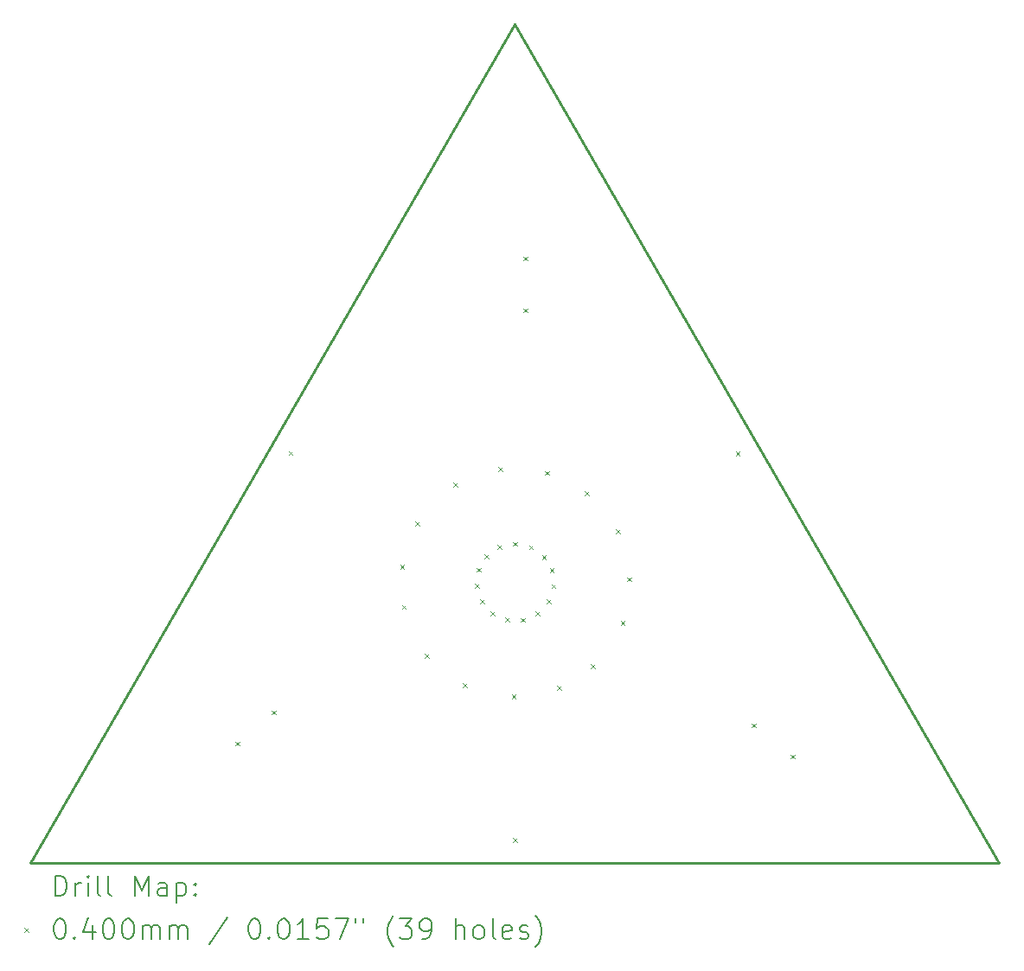
<source format=gbr>
%FSLAX45Y45*%
G04 Gerber Fmt 4.5, Leading zero omitted, Abs format (unit mm)*
G04 Created by KiCad (PCBNEW (6.0.5)) date 2022-11-29 16:27:28*
%MOMM*%
%LPD*%
G01*
G04 APERTURE LIST*
%TA.AperFunction,Profile*%
%ADD10C,0.246758*%
%TD*%
%ADD11C,0.200000*%
%ADD12C,0.040000*%
G04 APERTURE END LIST*
D10*
X12572000Y-12702252D02*
X17313130Y-4490373D01*
X12572000Y-12702252D02*
X12572000Y-12702252D01*
X22054260Y-12702252D02*
X12572000Y-12702252D01*
X17313130Y-4490373D02*
X22054260Y-12702252D01*
X17313130Y-4490373D02*
X17313130Y-4490373D01*
D11*
D12*
X14585000Y-11511600D02*
X14625000Y-11551600D01*
X14625000Y-11511600D02*
X14585000Y-11551600D01*
X14940600Y-11206800D02*
X14980600Y-11246800D01*
X14980600Y-11206800D02*
X14940600Y-11246800D01*
X15104000Y-8667200D02*
X15144000Y-8707200D01*
X15144000Y-8667200D02*
X15104000Y-8707200D01*
X16196000Y-9782200D02*
X16236000Y-9822200D01*
X16236000Y-9782200D02*
X16196000Y-9822200D01*
X16212000Y-10172200D02*
X16252000Y-10212200D01*
X16252000Y-10172200D02*
X16212000Y-10212200D01*
X16341000Y-9354200D02*
X16381000Y-9394200D01*
X16381000Y-9354200D02*
X16341000Y-9394200D01*
X16439000Y-10654200D02*
X16479000Y-10694200D01*
X16479000Y-10654200D02*
X16439000Y-10694200D01*
X16716000Y-8977200D02*
X16756000Y-9017200D01*
X16756000Y-8977200D02*
X16716000Y-9017200D01*
X16807000Y-10940200D02*
X16847000Y-10980200D01*
X16847000Y-10940200D02*
X16807000Y-10980200D01*
X16928843Y-9967803D02*
X16968843Y-10007803D01*
X16968843Y-9967803D02*
X16928843Y-10007803D01*
X16947534Y-9809994D02*
X16987534Y-9849994D01*
X16987534Y-9809994D02*
X16947534Y-9849994D01*
X16977334Y-10118888D02*
X17017334Y-10158888D01*
X17017334Y-10118888D02*
X16977334Y-10158888D01*
X17023629Y-9680329D02*
X17063629Y-9720329D01*
X17063629Y-9680329D02*
X17023629Y-9720329D01*
X17081566Y-10235288D02*
X17121566Y-10275288D01*
X17121566Y-10235288D02*
X17081566Y-10275288D01*
X17149958Y-9587689D02*
X17189958Y-9627689D01*
X17189958Y-9587689D02*
X17149958Y-9627689D01*
X17154000Y-8823200D02*
X17194000Y-8863200D01*
X17194000Y-8823200D02*
X17154000Y-8863200D01*
X17224959Y-10298371D02*
X17264959Y-10338371D01*
X17264959Y-10298371D02*
X17224959Y-10338371D01*
X17289000Y-11052200D02*
X17329000Y-11092200D01*
X17329000Y-11052200D02*
X17289000Y-11092200D01*
X17302000Y-12454200D02*
X17342000Y-12494200D01*
X17342000Y-12454200D02*
X17302000Y-12494200D01*
X17302879Y-9555621D02*
X17342879Y-9595621D01*
X17342879Y-9555621D02*
X17302879Y-9595621D01*
X17375954Y-10299872D02*
X17415954Y-10339872D01*
X17415954Y-10299872D02*
X17375954Y-10339872D01*
X17404400Y-6761800D02*
X17444400Y-6801800D01*
X17444400Y-6761800D02*
X17404400Y-6801800D01*
X17404400Y-7269800D02*
X17444400Y-7309800D01*
X17444400Y-7269800D02*
X17404400Y-7309800D01*
X17457967Y-9589170D02*
X17497967Y-9629170D01*
X17497967Y-9589170D02*
X17457967Y-9629170D01*
X17521967Y-10237154D02*
X17561967Y-10277154D01*
X17561967Y-10237154D02*
X17521967Y-10277154D01*
X17585289Y-9684261D02*
X17625289Y-9724261D01*
X17625289Y-9684261D02*
X17585289Y-9724261D01*
X17616000Y-8860200D02*
X17656000Y-8900200D01*
X17656000Y-8860200D02*
X17616000Y-8900200D01*
X17628565Y-10119618D02*
X17668565Y-10159618D01*
X17668565Y-10119618D02*
X17628565Y-10159618D01*
X17660189Y-9815427D02*
X17700189Y-9855427D01*
X17700189Y-9815427D02*
X17660189Y-9855427D01*
X17677254Y-9971150D02*
X17717254Y-10011150D01*
X17717254Y-9971150D02*
X17677254Y-10011150D01*
X17733000Y-10966200D02*
X17773000Y-11006200D01*
X17773000Y-10966200D02*
X17733000Y-11006200D01*
X18002000Y-9057200D02*
X18042000Y-9097200D01*
X18042000Y-9057200D02*
X18002000Y-9097200D01*
X18061000Y-10751200D02*
X18101000Y-10791200D01*
X18101000Y-10751200D02*
X18061000Y-10791200D01*
X18308000Y-9433200D02*
X18348000Y-9473200D01*
X18348000Y-9433200D02*
X18308000Y-9473200D01*
X18354000Y-10332200D02*
X18394000Y-10372200D01*
X18394000Y-10332200D02*
X18354000Y-10372200D01*
X18421000Y-9902200D02*
X18461000Y-9942200D01*
X18461000Y-9902200D02*
X18421000Y-9942200D01*
X19480000Y-8672200D02*
X19520000Y-8712200D01*
X19520000Y-8672200D02*
X19480000Y-8712200D01*
X19639600Y-11333800D02*
X19679600Y-11373800D01*
X19679600Y-11333800D02*
X19639600Y-11373800D01*
X20020600Y-11638600D02*
X20060600Y-11678600D01*
X20060600Y-11638600D02*
X20020600Y-11678600D01*
D11*
X12817281Y-13025066D02*
X12817281Y-12825066D01*
X12864900Y-12825066D01*
X12893472Y-12834590D01*
X12912519Y-12853638D01*
X12922043Y-12872686D01*
X12931567Y-12910781D01*
X12931567Y-12939352D01*
X12922043Y-12977447D01*
X12912519Y-12996495D01*
X12893472Y-13015543D01*
X12864900Y-13025066D01*
X12817281Y-13025066D01*
X13017281Y-13025066D02*
X13017281Y-12891733D01*
X13017281Y-12929828D02*
X13026805Y-12910781D01*
X13036329Y-12901257D01*
X13055377Y-12891733D01*
X13074424Y-12891733D01*
X13141091Y-13025066D02*
X13141091Y-12891733D01*
X13141091Y-12825066D02*
X13131567Y-12834590D01*
X13141091Y-12844114D01*
X13150615Y-12834590D01*
X13141091Y-12825066D01*
X13141091Y-12844114D01*
X13264900Y-13025066D02*
X13245853Y-13015543D01*
X13236329Y-12996495D01*
X13236329Y-12825066D01*
X13369662Y-13025066D02*
X13350615Y-13015543D01*
X13341091Y-12996495D01*
X13341091Y-12825066D01*
X13598234Y-13025066D02*
X13598234Y-12825066D01*
X13664900Y-12967924D01*
X13731567Y-12825066D01*
X13731567Y-13025066D01*
X13912519Y-13025066D02*
X13912519Y-12920305D01*
X13902996Y-12901257D01*
X13883948Y-12891733D01*
X13845853Y-12891733D01*
X13826805Y-12901257D01*
X13912519Y-13015543D02*
X13893472Y-13025066D01*
X13845853Y-13025066D01*
X13826805Y-13015543D01*
X13817281Y-12996495D01*
X13817281Y-12977447D01*
X13826805Y-12958400D01*
X13845853Y-12948876D01*
X13893472Y-12948876D01*
X13912519Y-12939352D01*
X14007758Y-12891733D02*
X14007758Y-13091733D01*
X14007758Y-12901257D02*
X14026805Y-12891733D01*
X14064900Y-12891733D01*
X14083948Y-12901257D01*
X14093472Y-12910781D01*
X14102996Y-12929828D01*
X14102996Y-12986971D01*
X14093472Y-13006019D01*
X14083948Y-13015543D01*
X14064900Y-13025066D01*
X14026805Y-13025066D01*
X14007758Y-13015543D01*
X14188710Y-13006019D02*
X14198234Y-13015543D01*
X14188710Y-13025066D01*
X14179186Y-13015543D01*
X14188710Y-13006019D01*
X14188710Y-13025066D01*
X14188710Y-12901257D02*
X14198234Y-12910781D01*
X14188710Y-12920305D01*
X14179186Y-12910781D01*
X14188710Y-12901257D01*
X14188710Y-12920305D01*
D12*
X12519662Y-13334590D02*
X12559662Y-13374590D01*
X12559662Y-13334590D02*
X12519662Y-13374590D01*
D11*
X12855377Y-13245066D02*
X12874424Y-13245066D01*
X12893472Y-13254590D01*
X12902996Y-13264114D01*
X12912519Y-13283162D01*
X12922043Y-13321257D01*
X12922043Y-13368876D01*
X12912519Y-13406971D01*
X12902996Y-13426019D01*
X12893472Y-13435543D01*
X12874424Y-13445066D01*
X12855377Y-13445066D01*
X12836329Y-13435543D01*
X12826805Y-13426019D01*
X12817281Y-13406971D01*
X12807758Y-13368876D01*
X12807758Y-13321257D01*
X12817281Y-13283162D01*
X12826805Y-13264114D01*
X12836329Y-13254590D01*
X12855377Y-13245066D01*
X13007758Y-13426019D02*
X13017281Y-13435543D01*
X13007758Y-13445066D01*
X12998234Y-13435543D01*
X13007758Y-13426019D01*
X13007758Y-13445066D01*
X13188710Y-13311733D02*
X13188710Y-13445066D01*
X13141091Y-13235543D02*
X13093472Y-13378400D01*
X13217281Y-13378400D01*
X13331567Y-13245066D02*
X13350615Y-13245066D01*
X13369662Y-13254590D01*
X13379186Y-13264114D01*
X13388710Y-13283162D01*
X13398234Y-13321257D01*
X13398234Y-13368876D01*
X13388710Y-13406971D01*
X13379186Y-13426019D01*
X13369662Y-13435543D01*
X13350615Y-13445066D01*
X13331567Y-13445066D01*
X13312519Y-13435543D01*
X13302996Y-13426019D01*
X13293472Y-13406971D01*
X13283948Y-13368876D01*
X13283948Y-13321257D01*
X13293472Y-13283162D01*
X13302996Y-13264114D01*
X13312519Y-13254590D01*
X13331567Y-13245066D01*
X13522043Y-13245066D02*
X13541091Y-13245066D01*
X13560138Y-13254590D01*
X13569662Y-13264114D01*
X13579186Y-13283162D01*
X13588710Y-13321257D01*
X13588710Y-13368876D01*
X13579186Y-13406971D01*
X13569662Y-13426019D01*
X13560138Y-13435543D01*
X13541091Y-13445066D01*
X13522043Y-13445066D01*
X13502996Y-13435543D01*
X13493472Y-13426019D01*
X13483948Y-13406971D01*
X13474424Y-13368876D01*
X13474424Y-13321257D01*
X13483948Y-13283162D01*
X13493472Y-13264114D01*
X13502996Y-13254590D01*
X13522043Y-13245066D01*
X13674424Y-13445066D02*
X13674424Y-13311733D01*
X13674424Y-13330781D02*
X13683948Y-13321257D01*
X13702996Y-13311733D01*
X13731567Y-13311733D01*
X13750615Y-13321257D01*
X13760138Y-13340305D01*
X13760138Y-13445066D01*
X13760138Y-13340305D02*
X13769662Y-13321257D01*
X13788710Y-13311733D01*
X13817281Y-13311733D01*
X13836329Y-13321257D01*
X13845853Y-13340305D01*
X13845853Y-13445066D01*
X13941091Y-13445066D02*
X13941091Y-13311733D01*
X13941091Y-13330781D02*
X13950615Y-13321257D01*
X13969662Y-13311733D01*
X13998234Y-13311733D01*
X14017281Y-13321257D01*
X14026805Y-13340305D01*
X14026805Y-13445066D01*
X14026805Y-13340305D02*
X14036329Y-13321257D01*
X14055377Y-13311733D01*
X14083948Y-13311733D01*
X14102996Y-13321257D01*
X14112519Y-13340305D01*
X14112519Y-13445066D01*
X14502996Y-13235543D02*
X14331567Y-13492686D01*
X14760138Y-13245066D02*
X14779186Y-13245066D01*
X14798234Y-13254590D01*
X14807758Y-13264114D01*
X14817281Y-13283162D01*
X14826805Y-13321257D01*
X14826805Y-13368876D01*
X14817281Y-13406971D01*
X14807758Y-13426019D01*
X14798234Y-13435543D01*
X14779186Y-13445066D01*
X14760138Y-13445066D01*
X14741091Y-13435543D01*
X14731567Y-13426019D01*
X14722043Y-13406971D01*
X14712519Y-13368876D01*
X14712519Y-13321257D01*
X14722043Y-13283162D01*
X14731567Y-13264114D01*
X14741091Y-13254590D01*
X14760138Y-13245066D01*
X14912519Y-13426019D02*
X14922043Y-13435543D01*
X14912519Y-13445066D01*
X14902996Y-13435543D01*
X14912519Y-13426019D01*
X14912519Y-13445066D01*
X15045853Y-13245066D02*
X15064900Y-13245066D01*
X15083948Y-13254590D01*
X15093472Y-13264114D01*
X15102996Y-13283162D01*
X15112519Y-13321257D01*
X15112519Y-13368876D01*
X15102996Y-13406971D01*
X15093472Y-13426019D01*
X15083948Y-13435543D01*
X15064900Y-13445066D01*
X15045853Y-13445066D01*
X15026805Y-13435543D01*
X15017281Y-13426019D01*
X15007758Y-13406971D01*
X14998234Y-13368876D01*
X14998234Y-13321257D01*
X15007758Y-13283162D01*
X15017281Y-13264114D01*
X15026805Y-13254590D01*
X15045853Y-13245066D01*
X15302996Y-13445066D02*
X15188710Y-13445066D01*
X15245853Y-13445066D02*
X15245853Y-13245066D01*
X15226805Y-13273638D01*
X15207758Y-13292686D01*
X15188710Y-13302209D01*
X15483948Y-13245066D02*
X15388710Y-13245066D01*
X15379186Y-13340305D01*
X15388710Y-13330781D01*
X15407758Y-13321257D01*
X15455377Y-13321257D01*
X15474424Y-13330781D01*
X15483948Y-13340305D01*
X15493472Y-13359352D01*
X15493472Y-13406971D01*
X15483948Y-13426019D01*
X15474424Y-13435543D01*
X15455377Y-13445066D01*
X15407758Y-13445066D01*
X15388710Y-13435543D01*
X15379186Y-13426019D01*
X15560138Y-13245066D02*
X15693472Y-13245066D01*
X15607758Y-13445066D01*
X15760138Y-13245066D02*
X15760138Y-13283162D01*
X15836329Y-13245066D02*
X15836329Y-13283162D01*
X16131567Y-13521257D02*
X16122043Y-13511733D01*
X16102996Y-13483162D01*
X16093472Y-13464114D01*
X16083948Y-13435543D01*
X16074424Y-13387924D01*
X16074424Y-13349828D01*
X16083948Y-13302209D01*
X16093472Y-13273638D01*
X16102996Y-13254590D01*
X16122043Y-13226019D01*
X16131567Y-13216495D01*
X16188710Y-13245066D02*
X16312519Y-13245066D01*
X16245853Y-13321257D01*
X16274424Y-13321257D01*
X16293472Y-13330781D01*
X16302996Y-13340305D01*
X16312519Y-13359352D01*
X16312519Y-13406971D01*
X16302996Y-13426019D01*
X16293472Y-13435543D01*
X16274424Y-13445066D01*
X16217281Y-13445066D01*
X16198234Y-13435543D01*
X16188710Y-13426019D01*
X16407758Y-13445066D02*
X16445853Y-13445066D01*
X16464900Y-13435543D01*
X16474424Y-13426019D01*
X16493472Y-13397447D01*
X16502996Y-13359352D01*
X16502996Y-13283162D01*
X16493472Y-13264114D01*
X16483948Y-13254590D01*
X16464900Y-13245066D01*
X16426805Y-13245066D01*
X16407758Y-13254590D01*
X16398234Y-13264114D01*
X16388710Y-13283162D01*
X16388710Y-13330781D01*
X16398234Y-13349828D01*
X16407758Y-13359352D01*
X16426805Y-13368876D01*
X16464900Y-13368876D01*
X16483948Y-13359352D01*
X16493472Y-13349828D01*
X16502996Y-13330781D01*
X16741091Y-13445066D02*
X16741091Y-13245066D01*
X16826805Y-13445066D02*
X16826805Y-13340305D01*
X16817281Y-13321257D01*
X16798234Y-13311733D01*
X16769662Y-13311733D01*
X16750615Y-13321257D01*
X16741091Y-13330781D01*
X16950615Y-13445066D02*
X16931567Y-13435543D01*
X16922043Y-13426019D01*
X16912520Y-13406971D01*
X16912520Y-13349828D01*
X16922043Y-13330781D01*
X16931567Y-13321257D01*
X16950615Y-13311733D01*
X16979186Y-13311733D01*
X16998234Y-13321257D01*
X17007758Y-13330781D01*
X17017281Y-13349828D01*
X17017281Y-13406971D01*
X17007758Y-13426019D01*
X16998234Y-13435543D01*
X16979186Y-13445066D01*
X16950615Y-13445066D01*
X17131567Y-13445066D02*
X17112520Y-13435543D01*
X17102996Y-13416495D01*
X17102996Y-13245066D01*
X17283948Y-13435543D02*
X17264900Y-13445066D01*
X17226805Y-13445066D01*
X17207758Y-13435543D01*
X17198234Y-13416495D01*
X17198234Y-13340305D01*
X17207758Y-13321257D01*
X17226805Y-13311733D01*
X17264900Y-13311733D01*
X17283948Y-13321257D01*
X17293472Y-13340305D01*
X17293472Y-13359352D01*
X17198234Y-13378400D01*
X17369662Y-13435543D02*
X17388710Y-13445066D01*
X17426805Y-13445066D01*
X17445853Y-13435543D01*
X17455377Y-13416495D01*
X17455377Y-13406971D01*
X17445853Y-13387924D01*
X17426805Y-13378400D01*
X17398234Y-13378400D01*
X17379186Y-13368876D01*
X17369662Y-13349828D01*
X17369662Y-13340305D01*
X17379186Y-13321257D01*
X17398234Y-13311733D01*
X17426805Y-13311733D01*
X17445853Y-13321257D01*
X17522043Y-13521257D02*
X17531567Y-13511733D01*
X17550615Y-13483162D01*
X17560139Y-13464114D01*
X17569662Y-13435543D01*
X17579186Y-13387924D01*
X17579186Y-13349828D01*
X17569662Y-13302209D01*
X17560139Y-13273638D01*
X17550615Y-13254590D01*
X17531567Y-13226019D01*
X17522043Y-13216495D01*
M02*

</source>
